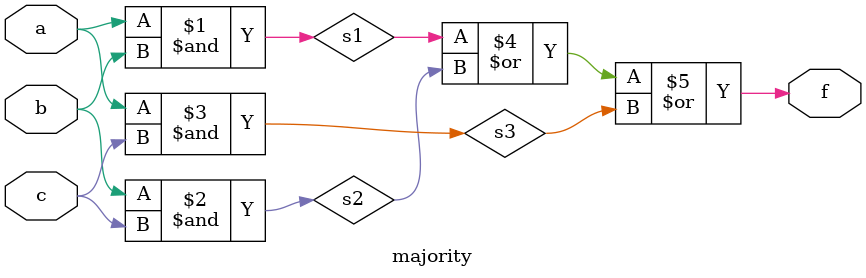
<source format=sv>
module majority (
    input  logic a,
    input  logic b,
    input  logic c,
    output logic f
);

    logic s1, s2, s3;

    assign s1 = a & b;
    assign s2 = b & c;
    assign s3 = a & c;

    assign f = s1 | s2 | s3;

endmodule

</source>
